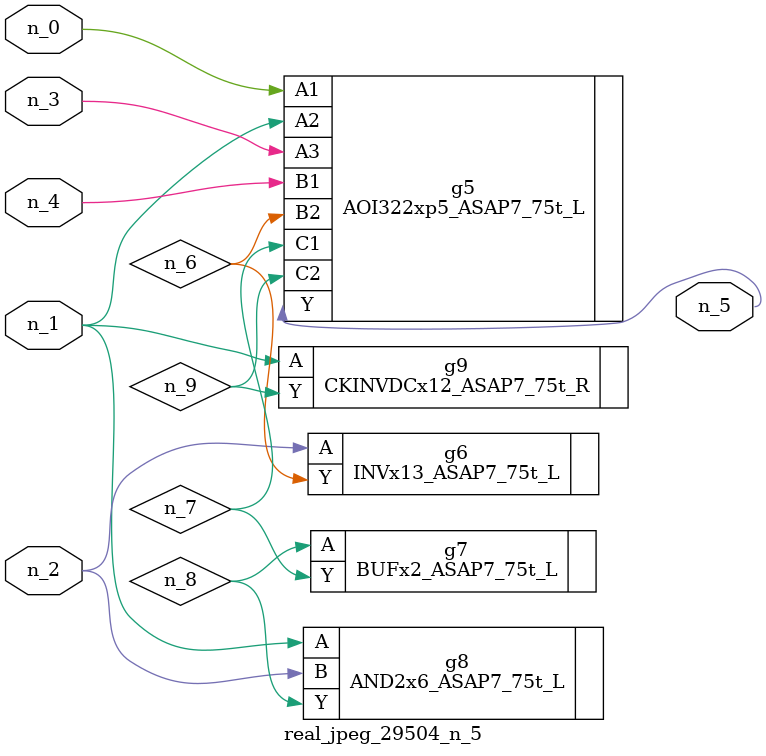
<source format=v>
module real_jpeg_29504_n_5 (n_4, n_0, n_1, n_2, n_3, n_5);

input n_4;
input n_0;
input n_1;
input n_2;
input n_3;

output n_5;

wire n_8;
wire n_6;
wire n_7;
wire n_9;

AOI322xp5_ASAP7_75t_L g5 ( 
.A1(n_0),
.A2(n_1),
.A3(n_3),
.B1(n_4),
.B2(n_6),
.C1(n_7),
.C2(n_9),
.Y(n_5)
);

AND2x6_ASAP7_75t_L g8 ( 
.A(n_1),
.B(n_2),
.Y(n_8)
);

CKINVDCx12_ASAP7_75t_R g9 ( 
.A(n_1),
.Y(n_9)
);

INVx13_ASAP7_75t_L g6 ( 
.A(n_2),
.Y(n_6)
);

BUFx2_ASAP7_75t_L g7 ( 
.A(n_8),
.Y(n_7)
);


endmodule
</source>
